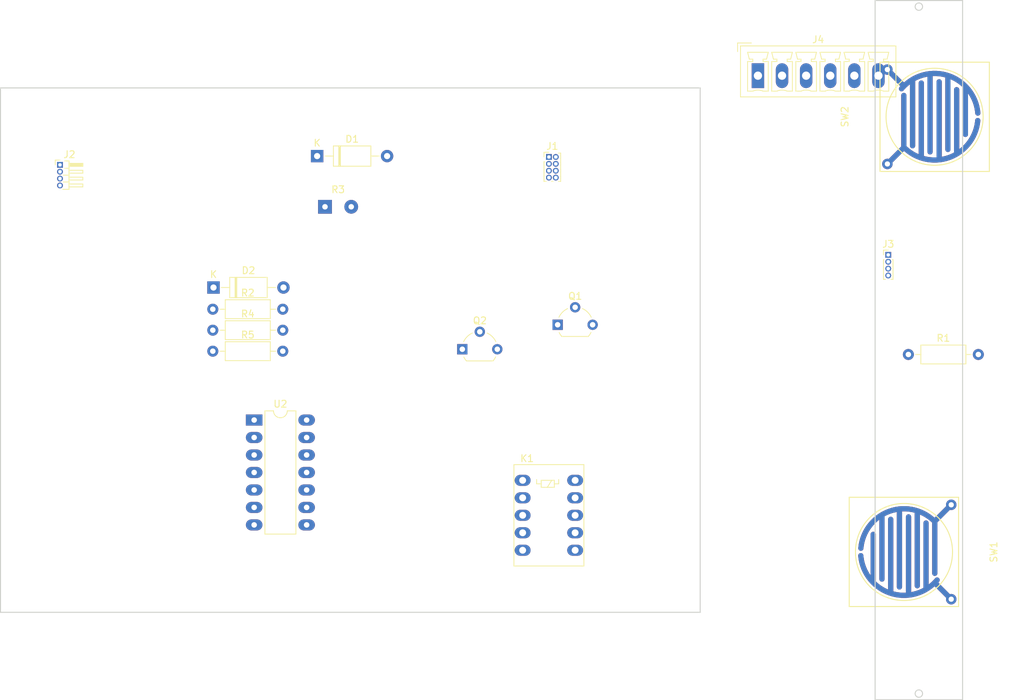
<source format=kicad_pcb>
(kicad_pcb (version 20171130) (host pcbnew 5.0.0+dfsg1-2)

  (general
    (thickness 1.6)
    (drawings 10)
    (tracks 0)
    (zones 0)
    (modules 17)
    (nets 69)
  )

  (page A4)
  (layers
    (0 F.Cu signal)
    (31 B.Cu signal)
    (32 B.Adhes user)
    (33 F.Adhes user)
    (34 B.Paste user)
    (35 F.Paste user)
    (36 B.SilkS user)
    (37 F.SilkS user)
    (38 B.Mask user)
    (39 F.Mask user)
    (40 Dwgs.User user)
    (41 Cmts.User user)
    (42 Eco1.User user)
    (43 Eco2.User user)
    (44 Edge.Cuts user)
    (45 Margin user)
    (46 B.CrtYd user)
    (47 F.CrtYd user)
    (48 B.Fab user)
    (49 F.Fab user)
  )

  (setup
    (last_trace_width 0.25)
    (trace_clearance 0.2)
    (zone_clearance 0.508)
    (zone_45_only no)
    (trace_min 0.2)
    (segment_width 0.2)
    (edge_width 0.15)
    (via_size 0.8)
    (via_drill 0.4)
    (via_min_size 0.4)
    (via_min_drill 0.3)
    (uvia_size 0.3)
    (uvia_drill 0.1)
    (uvias_allowed no)
    (uvia_min_size 0.2)
    (uvia_min_drill 0.1)
    (pcb_text_width 0.3)
    (pcb_text_size 1.5 1.5)
    (mod_edge_width 0.15)
    (mod_text_size 1 1)
    (mod_text_width 0.15)
    (pad_size 1.524 1.524)
    (pad_drill 0.762)
    (pad_to_mask_clearance 0.2)
    (aux_axis_origin 0 0)
    (visible_elements FFFFFF7F)
    (pcbplotparams
      (layerselection 0x010fc_ffffffff)
      (usegerberextensions false)
      (usegerberattributes false)
      (usegerberadvancedattributes false)
      (creategerberjobfile false)
      (excludeedgelayer true)
      (linewidth 0.100000)
      (plotframeref false)
      (viasonmask false)
      (mode 1)
      (useauxorigin false)
      (hpglpennumber 1)
      (hpglpenspeed 20)
      (hpglpendiameter 15.000000)
      (psnegative false)
      (psa4output false)
      (plotreference true)
      (plotvalue true)
      (plotinvisibletext false)
      (padsonsilk false)
      (subtractmaskfromsilk false)
      (outputformat 1)
      (mirror false)
      (drillshape 1)
      (scaleselection 1)
      (outputdirectory ""))
  )

  (net 0 "")
  (net 1 "Net-(D1-Pad2)")
  (net 2 "Net-(D2-Pad2)")
  (net 3 "Net-(J1-Pad3)")
  (net 4 "Net-(J1-Pad4)")
  (net 5 "Net-(J1-Pad5)")
  (net 6 "Net-(J1-Pad6)")
  (net 7 "Net-(J1-Pad7)")
  (net 8 "Net-(J2-Pad1)")
  (net 9 "Net-(J2-Pad2)")
  (net 10 "Net-(J2-Pad3)")
  (net 11 "Net-(J2-Pad4)")
  (net 12 "Net-(J1-Pad2)")
  (net 13 "Net-(J3-Pad2)")
  (net 14 "Net-(J3-Pad3)")
  (net 15 "Net-(J3-Pad4)")
  (net 16 "Net-(D1-Pad1)")
  (net 17 "Net-(D2-Pad1)")
  (net 18 "Net-(J1-Pad1)")
  (net 19 "Net-(J1-Pad8)")
  (net 20 "Net-(J3-Pad1)")
  (net 21 "Net-(J4-Pad1)")
  (net 22 "Net-(J4-Pad2)")
  (net 23 "Net-(J4-Pad3)")
  (net 24 "Net-(J4-Pad4)")
  (net 25 "Net-(J4-Pad5)")
  (net 26 "Net-(J4-Pad6)")
  (net 27 "Net-(K1-Pad1)")
  (net 28 "Net-(K1-Pad2)")
  (net 29 "Net-(K1-Pad3)")
  (net 30 "Net-(K1-Pad4)")
  (net 31 "Net-(K1-Pad5)")
  (net 32 "Net-(K1-Pad6)")
  (net 33 "Net-(K1-Pad7)")
  (net 34 "Net-(K1-Pad8)")
  (net 35 "Net-(K1-Pad9)")
  (net 36 "Net-(K1-Pad10)")
  (net 37 "Net-(Q1-Pad2)")
  (net 38 "Net-(Q1-Pad3)")
  (net 39 "Net-(Q1-Pad1)")
  (net 40 "Net-(Q2-Pad1)")
  (net 41 "Net-(Q2-Pad3)")
  (net 42 "Net-(Q2-Pad2)")
  (net 43 "Net-(R1-Pad1)")
  (net 44 "Net-(R1-Pad2)")
  (net 45 "Net-(R2-Pad1)")
  (net 46 "Net-(R2-Pad2)")
  (net 47 "Net-(R3-Pad1)")
  (net 48 "Net-(R3-Pad2)")
  (net 49 "Net-(R4-Pad2)")
  (net 50 "Net-(R4-Pad1)")
  (net 51 "Net-(R5-Pad1)")
  (net 52 "Net-(R5-Pad2)")
  (net 53 "Net-(SW1-Pad2)")
  (net 54 "Net-(SW1-Pad1)")
  (net 55 "Net-(SW2-Pad1)")
  (net 56 "Net-(SW2-Pad2)")
  (net 57 "Net-(U2-Pad14)")
  (net 58 "Net-(U2-Pad7)")
  (net 59 "Net-(U2-Pad13)")
  (net 60 "Net-(U2-Pad6)")
  (net 61 "Net-(U2-Pad12)")
  (net 62 "Net-(U2-Pad5)")
  (net 63 "Net-(U2-Pad10)")
  (net 64 "Net-(U2-Pad3)")
  (net 65 "Net-(U2-Pad9)")
  (net 66 "Net-(U2-Pad2)")
  (net 67 "Net-(U2-Pad8)")
  (net 68 "Net-(U2-Pad1)")

  (net_class Default "This is the default net class."
    (clearance 0.2)
    (trace_width 0.25)
    (via_dia 0.8)
    (via_drill 0.4)
    (uvia_dia 0.3)
    (uvia_drill 0.1)
    (add_net "Net-(D1-Pad1)")
    (add_net "Net-(D1-Pad2)")
    (add_net "Net-(D2-Pad1)")
    (add_net "Net-(D2-Pad2)")
    (add_net "Net-(J1-Pad1)")
    (add_net "Net-(J1-Pad2)")
    (add_net "Net-(J1-Pad3)")
    (add_net "Net-(J1-Pad4)")
    (add_net "Net-(J1-Pad5)")
    (add_net "Net-(J1-Pad6)")
    (add_net "Net-(J1-Pad7)")
    (add_net "Net-(J1-Pad8)")
    (add_net "Net-(J2-Pad1)")
    (add_net "Net-(J2-Pad2)")
    (add_net "Net-(J2-Pad3)")
    (add_net "Net-(J2-Pad4)")
    (add_net "Net-(J3-Pad1)")
    (add_net "Net-(J3-Pad2)")
    (add_net "Net-(J3-Pad3)")
    (add_net "Net-(J3-Pad4)")
    (add_net "Net-(J4-Pad1)")
    (add_net "Net-(J4-Pad2)")
    (add_net "Net-(J4-Pad3)")
    (add_net "Net-(J4-Pad4)")
    (add_net "Net-(J4-Pad5)")
    (add_net "Net-(J4-Pad6)")
    (add_net "Net-(K1-Pad1)")
    (add_net "Net-(K1-Pad10)")
    (add_net "Net-(K1-Pad2)")
    (add_net "Net-(K1-Pad3)")
    (add_net "Net-(K1-Pad4)")
    (add_net "Net-(K1-Pad5)")
    (add_net "Net-(K1-Pad6)")
    (add_net "Net-(K1-Pad7)")
    (add_net "Net-(K1-Pad8)")
    (add_net "Net-(K1-Pad9)")
    (add_net "Net-(Q1-Pad1)")
    (add_net "Net-(Q1-Pad2)")
    (add_net "Net-(Q1-Pad3)")
    (add_net "Net-(Q2-Pad1)")
    (add_net "Net-(Q2-Pad2)")
    (add_net "Net-(Q2-Pad3)")
    (add_net "Net-(R1-Pad1)")
    (add_net "Net-(R1-Pad2)")
    (add_net "Net-(R2-Pad1)")
    (add_net "Net-(R2-Pad2)")
    (add_net "Net-(R3-Pad1)")
    (add_net "Net-(R3-Pad2)")
    (add_net "Net-(R4-Pad1)")
    (add_net "Net-(R4-Pad2)")
    (add_net "Net-(R5-Pad1)")
    (add_net "Net-(R5-Pad2)")
    (add_net "Net-(SW1-Pad1)")
    (add_net "Net-(SW1-Pad2)")
    (add_net "Net-(SW2-Pad1)")
    (add_net "Net-(SW2-Pad2)")
    (add_net "Net-(U2-Pad1)")
    (add_net "Net-(U2-Pad10)")
    (add_net "Net-(U2-Pad12)")
    (add_net "Net-(U2-Pad13)")
    (add_net "Net-(U2-Pad14)")
    (add_net "Net-(U2-Pad2)")
    (add_net "Net-(U2-Pad3)")
    (add_net "Net-(U2-Pad5)")
    (add_net "Net-(U2-Pad6)")
    (add_net "Net-(U2-Pad7)")
    (add_net "Net-(U2-Pad8)")
    (add_net "Net-(U2-Pad9)")
  )

  (module Diode_THT:D_A-405_P10.16mm_Horizontal (layer F.Cu) (tedit 5AE50CD5) (tstamp 5CA3B229)
    (at 122.174 73.406)
    (descr "Diode, A-405 series, Axial, Horizontal, pin pitch=10.16mm, , length*diameter=5.2*2.7mm^2, , http://www.diodes.com/_files/packages/A-405.pdf")
    (tags "Diode A-405 series Axial Horizontal pin pitch 10.16mm  length 5.2mm diameter 2.7mm")
    (path /5CA16636)
    (fp_text reference D1 (at 5.08 -2.47) (layer F.SilkS)
      (effects (font (size 1 1) (thickness 0.15)))
    )
    (fp_text value D (at 5.08 2.47) (layer F.Fab)
      (effects (font (size 1 1) (thickness 0.15)))
    )
    (fp_text user K (at 0 -1.9) (layer F.SilkS)
      (effects (font (size 1 1) (thickness 0.15)))
    )
    (fp_text user K (at 0 -1.9) (layer F.Fab)
      (effects (font (size 1 1) (thickness 0.15)))
    )
    (fp_text user %R (at 5.47 0) (layer F.Fab)
      (effects (font (size 1 1) (thickness 0.15)))
    )
    (fp_line (start 11.31 -1.6) (end -1.15 -1.6) (layer F.CrtYd) (width 0.05))
    (fp_line (start 11.31 1.6) (end 11.31 -1.6) (layer F.CrtYd) (width 0.05))
    (fp_line (start -1.15 1.6) (end 11.31 1.6) (layer F.CrtYd) (width 0.05))
    (fp_line (start -1.15 -1.6) (end -1.15 1.6) (layer F.CrtYd) (width 0.05))
    (fp_line (start 3.14 -1.47) (end 3.14 1.47) (layer F.SilkS) (width 0.12))
    (fp_line (start 3.38 -1.47) (end 3.38 1.47) (layer F.SilkS) (width 0.12))
    (fp_line (start 3.26 -1.47) (end 3.26 1.47) (layer F.SilkS) (width 0.12))
    (fp_line (start 9.02 0) (end 7.8 0) (layer F.SilkS) (width 0.12))
    (fp_line (start 1.14 0) (end 2.36 0) (layer F.SilkS) (width 0.12))
    (fp_line (start 7.8 -1.47) (end 2.36 -1.47) (layer F.SilkS) (width 0.12))
    (fp_line (start 7.8 1.47) (end 7.8 -1.47) (layer F.SilkS) (width 0.12))
    (fp_line (start 2.36 1.47) (end 7.8 1.47) (layer F.SilkS) (width 0.12))
    (fp_line (start 2.36 -1.47) (end 2.36 1.47) (layer F.SilkS) (width 0.12))
    (fp_line (start 3.16 -1.35) (end 3.16 1.35) (layer F.Fab) (width 0.1))
    (fp_line (start 3.36 -1.35) (end 3.36 1.35) (layer F.Fab) (width 0.1))
    (fp_line (start 3.26 -1.35) (end 3.26 1.35) (layer F.Fab) (width 0.1))
    (fp_line (start 10.16 0) (end 7.68 0) (layer F.Fab) (width 0.1))
    (fp_line (start 0 0) (end 2.48 0) (layer F.Fab) (width 0.1))
    (fp_line (start 7.68 -1.35) (end 2.48 -1.35) (layer F.Fab) (width 0.1))
    (fp_line (start 7.68 1.35) (end 7.68 -1.35) (layer F.Fab) (width 0.1))
    (fp_line (start 2.48 1.35) (end 7.68 1.35) (layer F.Fab) (width 0.1))
    (fp_line (start 2.48 -1.35) (end 2.48 1.35) (layer F.Fab) (width 0.1))
    (pad 2 thru_hole oval (at 10.16 0) (size 1.8 1.8) (drill 0.9) (layers *.Cu *.Mask)
      (net 1 "Net-(D1-Pad2)"))
    (pad 1 thru_hole rect (at 0 0) (size 1.8 1.8) (drill 0.9) (layers *.Cu *.Mask)
      (net 16 "Net-(D1-Pad1)"))
    (model ${KISYS3DMOD}/Diode_THT.3dshapes/D_A-405_P10.16mm_Horizontal.wrl
      (at (xyz 0 0 0))
      (scale (xyz 1 1 1))
      (rotate (xyz 0 0 0))
    )
  )

  (module Diode_THT:D_A-405_P10.16mm_Horizontal (layer F.Cu) (tedit 5AE50CD5) (tstamp 5CA3B248)
    (at 107.125001 92.505001)
    (descr "Diode, A-405 series, Axial, Horizontal, pin pitch=10.16mm, , length*diameter=5.2*2.7mm^2, , http://www.diodes.com/_files/packages/A-405.pdf")
    (tags "Diode A-405 series Axial Horizontal pin pitch 10.16mm  length 5.2mm diameter 2.7mm")
    (path /5CA16FE0)
    (fp_text reference D2 (at 5.08 -2.47) (layer F.SilkS)
      (effects (font (size 1 1) (thickness 0.15)))
    )
    (fp_text value D (at 5.08 2.47) (layer F.Fab)
      (effects (font (size 1 1) (thickness 0.15)))
    )
    (fp_line (start 2.48 -1.35) (end 2.48 1.35) (layer F.Fab) (width 0.1))
    (fp_line (start 2.48 1.35) (end 7.68 1.35) (layer F.Fab) (width 0.1))
    (fp_line (start 7.68 1.35) (end 7.68 -1.35) (layer F.Fab) (width 0.1))
    (fp_line (start 7.68 -1.35) (end 2.48 -1.35) (layer F.Fab) (width 0.1))
    (fp_line (start 0 0) (end 2.48 0) (layer F.Fab) (width 0.1))
    (fp_line (start 10.16 0) (end 7.68 0) (layer F.Fab) (width 0.1))
    (fp_line (start 3.26 -1.35) (end 3.26 1.35) (layer F.Fab) (width 0.1))
    (fp_line (start 3.36 -1.35) (end 3.36 1.35) (layer F.Fab) (width 0.1))
    (fp_line (start 3.16 -1.35) (end 3.16 1.35) (layer F.Fab) (width 0.1))
    (fp_line (start 2.36 -1.47) (end 2.36 1.47) (layer F.SilkS) (width 0.12))
    (fp_line (start 2.36 1.47) (end 7.8 1.47) (layer F.SilkS) (width 0.12))
    (fp_line (start 7.8 1.47) (end 7.8 -1.47) (layer F.SilkS) (width 0.12))
    (fp_line (start 7.8 -1.47) (end 2.36 -1.47) (layer F.SilkS) (width 0.12))
    (fp_line (start 1.14 0) (end 2.36 0) (layer F.SilkS) (width 0.12))
    (fp_line (start 9.02 0) (end 7.8 0) (layer F.SilkS) (width 0.12))
    (fp_line (start 3.26 -1.47) (end 3.26 1.47) (layer F.SilkS) (width 0.12))
    (fp_line (start 3.38 -1.47) (end 3.38 1.47) (layer F.SilkS) (width 0.12))
    (fp_line (start 3.14 -1.47) (end 3.14 1.47) (layer F.SilkS) (width 0.12))
    (fp_line (start -1.15 -1.6) (end -1.15 1.6) (layer F.CrtYd) (width 0.05))
    (fp_line (start -1.15 1.6) (end 11.31 1.6) (layer F.CrtYd) (width 0.05))
    (fp_line (start 11.31 1.6) (end 11.31 -1.6) (layer F.CrtYd) (width 0.05))
    (fp_line (start 11.31 -1.6) (end -1.15 -1.6) (layer F.CrtYd) (width 0.05))
    (fp_text user %R (at 5.47 0) (layer F.Fab)
      (effects (font (size 1 1) (thickness 0.15)))
    )
    (fp_text user K (at 0 -1.9) (layer F.Fab)
      (effects (font (size 1 1) (thickness 0.15)))
    )
    (fp_text user K (at 0 -1.9) (layer F.SilkS)
      (effects (font (size 1 1) (thickness 0.15)))
    )
    (pad 1 thru_hole rect (at 0 0) (size 1.8 1.8) (drill 0.9) (layers *.Cu *.Mask)
      (net 17 "Net-(D2-Pad1)"))
    (pad 2 thru_hole oval (at 10.16 0) (size 1.8 1.8) (drill 0.9) (layers *.Cu *.Mask)
      (net 2 "Net-(D2-Pad2)"))
    (model ${KISYS3DMOD}/Diode_THT.3dshapes/D_A-405_P10.16mm_Horizontal.wrl
      (at (xyz 0 0 0))
      (scale (xyz 1 1 1))
      (rotate (xyz 0 0 0))
    )
  )

  (module Connector_PinHeader_1.00mm:PinHeader_2x04_P1.00mm_Vertical (layer F.Cu) (tedit 59FED738) (tstamp 5CA3B267)
    (at 155.829 73.533)
    (descr "Through hole straight pin header, 2x04, 1.00mm pitch, double rows")
    (tags "Through hole pin header THT 2x04 1.00mm double row")
    (path /5CA39395)
    (fp_text reference J1 (at 0.5 -1.56) (layer F.SilkS)
      (effects (font (size 1 1) (thickness 0.15)))
    )
    (fp_text value Conn_02x04_Odd_Even (at 0.5 4.56) (layer F.Fab)
      (effects (font (size 1 1) (thickness 0.15)))
    )
    (fp_line (start -0.075 -0.5) (end 1.65 -0.5) (layer F.Fab) (width 0.1))
    (fp_line (start 1.65 -0.5) (end 1.65 3.5) (layer F.Fab) (width 0.1))
    (fp_line (start 1.65 3.5) (end -0.65 3.5) (layer F.Fab) (width 0.1))
    (fp_line (start -0.65 3.5) (end -0.65 0.075) (layer F.Fab) (width 0.1))
    (fp_line (start -0.65 0.075) (end -0.075 -0.5) (layer F.Fab) (width 0.1))
    (fp_line (start -0.71 3.56) (end -0.394493 3.56) (layer F.SilkS) (width 0.12))
    (fp_line (start 1.394493 3.56) (end 1.71 3.56) (layer F.SilkS) (width 0.12))
    (fp_line (start 0.394493 3.56) (end 0.605507 3.56) (layer F.SilkS) (width 0.12))
    (fp_line (start -0.71 0.685) (end -0.71 3.56) (layer F.SilkS) (width 0.12))
    (fp_line (start 1.71 -0.56) (end 1.71 3.56) (layer F.SilkS) (width 0.12))
    (fp_line (start -0.71 0.685) (end -0.608276 0.685) (layer F.SilkS) (width 0.12))
    (fp_line (start 1.394493 -0.56) (end 1.71 -0.56) (layer F.SilkS) (width 0.12))
    (fp_line (start -0.71 0) (end -0.71 -0.685) (layer F.SilkS) (width 0.12))
    (fp_line (start -0.71 -0.685) (end 0 -0.685) (layer F.SilkS) (width 0.12))
    (fp_line (start -1.15 -1) (end -1.15 4) (layer F.CrtYd) (width 0.05))
    (fp_line (start -1.15 4) (end 2.15 4) (layer F.CrtYd) (width 0.05))
    (fp_line (start 2.15 4) (end 2.15 -1) (layer F.CrtYd) (width 0.05))
    (fp_line (start 2.15 -1) (end -1.15 -1) (layer F.CrtYd) (width 0.05))
    (fp_text user %R (at 0.5 1.5 90) (layer F.Fab)
      (effects (font (size 1 1) (thickness 0.15)))
    )
    (pad 1 thru_hole rect (at 0 0) (size 0.85 0.85) (drill 0.5) (layers *.Cu *.Mask)
      (net 18 "Net-(J1-Pad1)"))
    (pad 2 thru_hole oval (at 1 0) (size 0.85 0.85) (drill 0.5) (layers *.Cu *.Mask)
      (net 12 "Net-(J1-Pad2)"))
    (pad 3 thru_hole oval (at 0 1) (size 0.85 0.85) (drill 0.5) (layers *.Cu *.Mask)
      (net 3 "Net-(J1-Pad3)"))
    (pad 4 thru_hole oval (at 1 1) (size 0.85 0.85) (drill 0.5) (layers *.Cu *.Mask)
      (net 4 "Net-(J1-Pad4)"))
    (pad 5 thru_hole oval (at 0 2) (size 0.85 0.85) (drill 0.5) (layers *.Cu *.Mask)
      (net 5 "Net-(J1-Pad5)"))
    (pad 6 thru_hole oval (at 1 2) (size 0.85 0.85) (drill 0.5) (layers *.Cu *.Mask)
      (net 6 "Net-(J1-Pad6)"))
    (pad 7 thru_hole oval (at 0 3) (size 0.85 0.85) (drill 0.5) (layers *.Cu *.Mask)
      (net 7 "Net-(J1-Pad7)"))
    (pad 8 thru_hole oval (at 1 3) (size 0.85 0.85) (drill 0.5) (layers *.Cu *.Mask)
      (net 19 "Net-(J1-Pad8)"))
    (model ${KISYS3DMOD}/Connector_PinHeader_1.00mm.3dshapes/PinHeader_2x04_P1.00mm_Vertical.wrl
      (at (xyz 0 0 0))
      (scale (xyz 1 1 1))
      (rotate (xyz 0 0 0))
    )
  )

  (module Relay_THT:Relay_DPDT_FRT5 (layer F.Cu) (tedit 58FA2D90) (tstamp 5CA3B2FB)
    (at 152.019 120.523)
    (descr "IM Signal Relay DPDT FRT5 narrow footprint")
    (tags "Relay DPDT IM-relay FRT5")
    (path /5CA14A40)
    (fp_text reference K1 (at 0.635 -3.175) (layer F.SilkS)
      (effects (font (size 1 1) (thickness 0.15)))
    )
    (fp_text value AZ850P2-x (at 4.064 13.462) (layer F.Fab)
      (effects (font (size 1 1) (thickness 0.15)))
    )
    (fp_text user %R (at 3.81 5.08) (layer F.Fab)
      (effects (font (size 1 1) (thickness 0.15)))
    )
    (fp_line (start -1.5 -2.55) (end 9.15 -2.55) (layer F.CrtYd) (width 0.05))
    (fp_line (start 9.15 -2.55) (end 9.15 12.7) (layer F.CrtYd) (width 0.05))
    (fp_line (start 9.15 12.7) (end -1.5 12.7) (layer F.CrtYd) (width 0.05))
    (fp_line (start -1.5 12.7) (end -1.5 -2.55) (layer F.CrtYd) (width 0.05))
    (fp_line (start -1.27 12.446) (end -1.27 -2.286) (layer F.SilkS) (width 0.12))
    (fp_line (start -1.27 -2.286) (end 8.89 -2.286) (layer F.SilkS) (width 0.12))
    (fp_line (start 8.89 -2.286) (end 8.89 12.446) (layer F.SilkS) (width 0.12))
    (fp_line (start 8.89 12.446) (end -1.27 12.446) (layer F.SilkS) (width 0.12))
    (fp_line (start 0 -1.397) (end 7.62 -1.397) (layer F.Fab) (width 0.1))
    (fp_line (start -0.762 -2.032) (end 8.382 -2.032) (layer F.Fab) (width 0.1))
    (fp_line (start 8.382 -2.032) (end 8.382 12.192) (layer F.Fab) (width 0.1))
    (fp_line (start 8.382 12.192) (end -0.762 12.192) (layer F.Fab) (width 0.1))
    (fp_line (start -0.762 12.192) (end -0.762 -2.032) (layer F.Fab) (width 0.1))
    (fp_line (start 4.216 0) (end 3.581 1.016) (layer F.SilkS) (width 0.12))
    (fp_line (start 2.032 -0.127) (end 2.032 0.508) (layer F.SilkS) (width 0.12))
    (fp_line (start 2.032 0.508) (end 2.692 0.508) (layer F.SilkS) (width 0.12))
    (fp_line (start 5.232 -0.127) (end 5.232 0.508) (layer F.SilkS) (width 0.12))
    (fp_line (start 5.232 0.508) (end 4.597 0.508) (layer F.SilkS) (width 0.12))
    (fp_line (start 4.597 0) (end 2.692 0) (layer F.SilkS) (width 0.12))
    (fp_line (start 2.692 0) (end 2.692 1.016) (layer F.SilkS) (width 0.12))
    (fp_line (start 2.692 1.016) (end 4.597 1.016) (layer F.SilkS) (width 0.12))
    (fp_line (start 4.597 0) (end 4.597 1.016) (layer F.SilkS) (width 0.12))
    (pad 1 thru_hole oval (at 0 0) (size 2.3 1.6) (drill 1) (layers *.Cu *.Mask)
      (net 27 "Net-(K1-Pad1)"))
    (pad 2 thru_hole oval (at 0 2.54) (size 2.3 1.6) (drill 1) (layers *.Cu *.Mask)
      (net 28 "Net-(K1-Pad2)"))
    (pad 3 thru_hole oval (at 0 5.08) (size 2.3 1.6) (drill 1) (layers *.Cu *.Mask)
      (net 29 "Net-(K1-Pad3)"))
    (pad 4 thru_hole oval (at 0 7.62) (size 2.3 1.6) (drill 1) (layers *.Cu *.Mask)
      (net 30 "Net-(K1-Pad4)"))
    (pad 5 thru_hole oval (at 0 10.16) (size 2.3 1.6) (drill 1) (layers *.Cu *.Mask)
      (net 31 "Net-(K1-Pad5)"))
    (pad 6 thru_hole oval (at 7.62 10.16) (size 2.3 1.6) (drill 1) (layers *.Cu *.Mask)
      (net 32 "Net-(K1-Pad6)"))
    (pad 7 thru_hole oval (at 7.62 7.62) (size 2.3 1.6) (drill 1) (layers *.Cu *.Mask)
      (net 33 "Net-(K1-Pad7)"))
    (pad 8 thru_hole oval (at 7.62 5.08) (size 2.3 1.6) (drill 1) (layers *.Cu *.Mask)
      (net 34 "Net-(K1-Pad8)"))
    (pad 9 thru_hole oval (at 7.62 2.54) (size 2.3 1.6) (drill 1) (layers *.Cu *.Mask)
      (net 35 "Net-(K1-Pad9)"))
    (pad 10 thru_hole oval (at 7.62 0) (size 2.3 1.6) (drill 1) (layers *.Cu *.Mask)
      (net 36 "Net-(K1-Pad10)"))
    (model ${KISYS3DMOD}/Relay_THT.3dshapes/Relay_DPDT_FRT5.wrl
      (at (xyz 0 0 0))
      (scale (xyz 1 1 1))
      (rotate (xyz 0 0 0))
    )
  )

  (module Package_TO_SOT_THT:TO-92L_Wide (layer F.Cu) (tedit 5A152D5B) (tstamp 5CA3B30F)
    (at 157.099 97.917)
    (descr "TO-92L leads in-line (large body variant of TO-92), also known as TO-226, wide, drill 0.75mm (see https://www.diodes.com/assets/Package-Files/TO92L.pdf and http://www.ti.com/lit/an/snoa059/snoa059.pdf)")
    (tags "TO-92L Molded Wide transistor")
    (path /5CA14CD3)
    (fp_text reference Q1 (at 2.55 -4.15) (layer F.SilkS)
      (effects (font (size 1 1) (thickness 0.15)))
    )
    (fp_text value Q_NPN_EBC (at 2.54 2.79) (layer F.Fab)
      (effects (font (size 1 1) (thickness 0.15)))
    )
    (fp_line (start -1 -3.55) (end -1 1.85) (layer B.CrtYd) (width 0.05))
    (fp_line (start 6.1 -3.55) (end -1 -3.55) (layer B.CrtYd) (width 0.05))
    (fp_line (start 6.1 1.85) (end 6.1 -3.55) (layer B.CrtYd) (width 0.05))
    (fp_line (start -1 1.85) (end 6.1 1.85) (layer B.CrtYd) (width 0.05))
    (fp_text user %R (at 2.55 0.05) (layer F.Fab)
      (effects (font (size 1 1) (thickness 0.15)))
    )
    (fp_line (start 0.6 1.7) (end 4.45 1.7) (layer F.SilkS) (width 0.12))
    (fp_line (start 0.65 1.6) (end 4.4 1.6) (layer F.Fab) (width 0.1))
    (fp_arc (start 2.54 0) (end 0.6 1.7) (angle 15.44288892) (layer F.SilkS) (width 0.12))
    (fp_arc (start 2.54 0) (end 1.45 -2.35) (angle -40.11670855) (layer F.SilkS) (width 0.12))
    (fp_arc (start 2.54 0) (end 3.6 -2.35) (angle 40.72153779) (layer F.SilkS) (width 0.12))
    (fp_arc (start 2.54 0) (end 2.54 -2.48) (angle 129.9527847) (layer F.Fab) (width 0.1))
    (fp_arc (start 2.54 0) (end 2.54 -2.48) (angle -130.2499344) (layer F.Fab) (width 0.1))
    (fp_arc (start 2.54 0) (end 4.45 1.7) (angle -15.88591585) (layer F.SilkS) (width 0.12))
    (pad 2 thru_hole circle (at 2.54 -2.54 90) (size 1.5 1.5) (drill 0.8) (layers *.Cu *.Mask)
      (net 37 "Net-(Q1-Pad2)"))
    (pad 3 thru_hole circle (at 5.08 0 90) (size 1.5 1.5) (drill 0.8) (layers *.Cu *.Mask)
      (net 38 "Net-(Q1-Pad3)"))
    (pad 1 thru_hole rect (at 0 0 90) (size 1.5 1.5) (drill 0.8) (layers *.Cu *.Mask)
      (net 39 "Net-(Q1-Pad1)"))
    (model ${KISYS3DMOD}/Package_TO_SOT_THT.3dshapes/TO-92L_Wide.wrl
      (at (xyz 0 0 0))
      (scale (xyz 1 1 1))
      (rotate (xyz 0 0 0))
    )
  )

  (module Package_TO_SOT_THT:TO-92L_Wide (layer F.Cu) (tedit 5A152D5B) (tstamp 5CA3B323)
    (at 143.256 101.473)
    (descr "TO-92L leads in-line (large body variant of TO-92), also known as TO-226, wide, drill 0.75mm (see https://www.diodes.com/assets/Package-Files/TO92L.pdf and http://www.ti.com/lit/an/snoa059/snoa059.pdf)")
    (tags "TO-92L Molded Wide transistor")
    (path /5CA14D28)
    (fp_text reference Q2 (at 2.55 -4.15) (layer F.SilkS)
      (effects (font (size 1 1) (thickness 0.15)))
    )
    (fp_text value Q_NPN_EBC (at 2.54 2.79) (layer F.Fab)
      (effects (font (size 1 1) (thickness 0.15)))
    )
    (fp_arc (start 2.54 0) (end 4.45 1.7) (angle -15.88591585) (layer F.SilkS) (width 0.12))
    (fp_arc (start 2.54 0) (end 2.54 -2.48) (angle -130.2499344) (layer F.Fab) (width 0.1))
    (fp_arc (start 2.54 0) (end 2.54 -2.48) (angle 129.9527847) (layer F.Fab) (width 0.1))
    (fp_arc (start 2.54 0) (end 3.6 -2.35) (angle 40.72153779) (layer F.SilkS) (width 0.12))
    (fp_arc (start 2.54 0) (end 1.45 -2.35) (angle -40.11670855) (layer F.SilkS) (width 0.12))
    (fp_arc (start 2.54 0) (end 0.6 1.7) (angle 15.44288892) (layer F.SilkS) (width 0.12))
    (fp_line (start 0.65 1.6) (end 4.4 1.6) (layer F.Fab) (width 0.1))
    (fp_line (start 0.6 1.7) (end 4.45 1.7) (layer F.SilkS) (width 0.12))
    (fp_text user %R (at 2.55 0.05) (layer F.Fab)
      (effects (font (size 1 1) (thickness 0.15)))
    )
    (fp_line (start -1 1.85) (end 6.1 1.85) (layer B.CrtYd) (width 0.05))
    (fp_line (start 6.1 1.85) (end 6.1 -3.55) (layer B.CrtYd) (width 0.05))
    (fp_line (start 6.1 -3.55) (end -1 -3.55) (layer B.CrtYd) (width 0.05))
    (fp_line (start -1 -3.55) (end -1 1.85) (layer B.CrtYd) (width 0.05))
    (pad 1 thru_hole rect (at 0 0 90) (size 1.5 1.5) (drill 0.8) (layers *.Cu *.Mask)
      (net 40 "Net-(Q2-Pad1)"))
    (pad 3 thru_hole circle (at 5.08 0 90) (size 1.5 1.5) (drill 0.8) (layers *.Cu *.Mask)
      (net 41 "Net-(Q2-Pad3)"))
    (pad 2 thru_hole circle (at 2.54 -2.54 90) (size 1.5 1.5) (drill 0.8) (layers *.Cu *.Mask)
      (net 42 "Net-(Q2-Pad2)"))
    (model ${KISYS3DMOD}/Package_TO_SOT_THT.3dshapes/TO-92L_Wide.wrl
      (at (xyz 0 0 0))
      (scale (xyz 1 1 1))
      (rotate (xyz 0 0 0))
    )
  )

  (module Resistor_THT:R_Axial_DIN0207_L6.3mm_D2.5mm_P10.16mm_Horizontal (layer F.Cu) (tedit 5AE5139B) (tstamp 5CA3B345)
    (at 107.025001 95.655001)
    (descr "Resistor, Axial_DIN0207 series, Axial, Horizontal, pin pitch=10.16mm, 0.25W = 1/4W, length*diameter=6.3*2.5mm^2, http://cdn-reichelt.de/documents/datenblatt/B400/1_4W%23YAG.pdf")
    (tags "Resistor Axial_DIN0207 series Axial Horizontal pin pitch 10.16mm 0.25W = 1/4W length 6.3mm diameter 2.5mm")
    (path /5CA191CA)
    (fp_text reference R2 (at 5.08 -2.37) (layer F.SilkS)
      (effects (font (size 1 1) (thickness 0.15)))
    )
    (fp_text value R (at 5.08 2.37) (layer F.Fab)
      (effects (font (size 1 1) (thickness 0.15)))
    )
    (fp_line (start 1.93 -1.25) (end 1.93 1.25) (layer F.Fab) (width 0.1))
    (fp_line (start 1.93 1.25) (end 8.23 1.25) (layer F.Fab) (width 0.1))
    (fp_line (start 8.23 1.25) (end 8.23 -1.25) (layer F.Fab) (width 0.1))
    (fp_line (start 8.23 -1.25) (end 1.93 -1.25) (layer F.Fab) (width 0.1))
    (fp_line (start 0 0) (end 1.93 0) (layer F.Fab) (width 0.1))
    (fp_line (start 10.16 0) (end 8.23 0) (layer F.Fab) (width 0.1))
    (fp_line (start 1.81 -1.37) (end 1.81 1.37) (layer F.SilkS) (width 0.12))
    (fp_line (start 1.81 1.37) (end 8.35 1.37) (layer F.SilkS) (width 0.12))
    (fp_line (start 8.35 1.37) (end 8.35 -1.37) (layer F.SilkS) (width 0.12))
    (fp_line (start 8.35 -1.37) (end 1.81 -1.37) (layer F.SilkS) (width 0.12))
    (fp_line (start 1.04 0) (end 1.81 0) (layer F.SilkS) (width 0.12))
    (fp_line (start 9.12 0) (end 8.35 0) (layer F.SilkS) (width 0.12))
    (fp_line (start -1.05 -1.5) (end -1.05 1.5) (layer F.CrtYd) (width 0.05))
    (fp_line (start -1.05 1.5) (end 11.21 1.5) (layer F.CrtYd) (width 0.05))
    (fp_line (start 11.21 1.5) (end 11.21 -1.5) (layer F.CrtYd) (width 0.05))
    (fp_line (start 11.21 -1.5) (end -1.05 -1.5) (layer F.CrtYd) (width 0.05))
    (fp_text user %R (at 5.08 0) (layer F.Fab)
      (effects (font (size 1 1) (thickness 0.15)))
    )
    (pad 1 thru_hole circle (at 0 0) (size 1.6 1.6) (drill 0.8) (layers *.Cu *.Mask)
      (net 45 "Net-(R2-Pad1)"))
    (pad 2 thru_hole oval (at 10.16 0) (size 1.6 1.6) (drill 0.8) (layers *.Cu *.Mask)
      (net 46 "Net-(R2-Pad2)"))
    (model ${KISYS3DMOD}/Resistor_THT.3dshapes/R_Axial_DIN0207_L6.3mm_D2.5mm_P10.16mm_Horizontal.wrl
      (at (xyz 0 0 0))
      (scale (xyz 1 1 1))
      (rotate (xyz 0 0 0))
    )
  )

  (module Resistor_THT:R_Axial_DIN0207_L6.3mm_D2.5mm_P10.16mm_Horizontal (layer F.Cu) (tedit 5AE5139B) (tstamp 5CA3B373)
    (at 107.025001 98.705001)
    (descr "Resistor, Axial_DIN0207 series, Axial, Horizontal, pin pitch=10.16mm, 0.25W = 1/4W, length*diameter=6.3*2.5mm^2, http://cdn-reichelt.de/documents/datenblatt/B400/1_4W%23YAG.pdf")
    (tags "Resistor Axial_DIN0207 series Axial Horizontal pin pitch 10.16mm 0.25W = 1/4W length 6.3mm diameter 2.5mm")
    (path /5CA1C825)
    (fp_text reference R4 (at 5.08 -2.37) (layer F.SilkS)
      (effects (font (size 1 1) (thickness 0.15)))
    )
    (fp_text value R (at 5.08 2.37) (layer F.Fab)
      (effects (font (size 1 1) (thickness 0.15)))
    )
    (fp_text user %R (at 5.08 0) (layer F.Fab)
      (effects (font (size 1 1) (thickness 0.15)))
    )
    (fp_line (start 11.21 -1.5) (end -1.05 -1.5) (layer F.CrtYd) (width 0.05))
    (fp_line (start 11.21 1.5) (end 11.21 -1.5) (layer F.CrtYd) (width 0.05))
    (fp_line (start -1.05 1.5) (end 11.21 1.5) (layer F.CrtYd) (width 0.05))
    (fp_line (start -1.05 -1.5) (end -1.05 1.5) (layer F.CrtYd) (width 0.05))
    (fp_line (start 9.12 0) (end 8.35 0) (layer F.SilkS) (width 0.12))
    (fp_line (start 1.04 0) (end 1.81 0) (layer F.SilkS) (width 0.12))
    (fp_line (start 8.35 -1.37) (end 1.81 -1.37) (layer F.SilkS) (width 0.12))
    (fp_line (start 8.35 1.37) (end 8.35 -1.37) (layer F.SilkS) (width 0.12))
    (fp_line (start 1.81 1.37) (end 8.35 1.37) (layer F.SilkS) (width 0.12))
    (fp_line (start 1.81 -1.37) (end 1.81 1.37) (layer F.SilkS) (width 0.12))
    (fp_line (start 10.16 0) (end 8.23 0) (layer F.Fab) (width 0.1))
    (fp_line (start 0 0) (end 1.93 0) (layer F.Fab) (width 0.1))
    (fp_line (start 8.23 -1.25) (end 1.93 -1.25) (layer F.Fab) (width 0.1))
    (fp_line (start 8.23 1.25) (end 8.23 -1.25) (layer F.Fab) (width 0.1))
    (fp_line (start 1.93 1.25) (end 8.23 1.25) (layer F.Fab) (width 0.1))
    (fp_line (start 1.93 -1.25) (end 1.93 1.25) (layer F.Fab) (width 0.1))
    (pad 2 thru_hole oval (at 10.16 0) (size 1.6 1.6) (drill 0.8) (layers *.Cu *.Mask)
      (net 49 "Net-(R4-Pad2)"))
    (pad 1 thru_hole circle (at 0 0) (size 1.6 1.6) (drill 0.8) (layers *.Cu *.Mask)
      (net 50 "Net-(R4-Pad1)"))
    (model ${KISYS3DMOD}/Resistor_THT.3dshapes/R_Axial_DIN0207_L6.3mm_D2.5mm_P10.16mm_Horizontal.wrl
      (at (xyz 0 0 0))
      (scale (xyz 1 1 1))
      (rotate (xyz 0 0 0))
    )
  )

  (module Resistor_THT:R_Axial_DIN0207_L6.3mm_D2.5mm_P10.16mm_Horizontal (layer F.Cu) (tedit 5AE5139B) (tstamp 5CA3B38A)
    (at 107.025001 101.755001)
    (descr "Resistor, Axial_DIN0207 series, Axial, Horizontal, pin pitch=10.16mm, 0.25W = 1/4W, length*diameter=6.3*2.5mm^2, http://cdn-reichelt.de/documents/datenblatt/B400/1_4W%23YAG.pdf")
    (tags "Resistor Axial_DIN0207 series Axial Horizontal pin pitch 10.16mm 0.25W = 1/4W length 6.3mm diameter 2.5mm")
    (path /5CA19151)
    (fp_text reference R5 (at 5.08 -2.37) (layer F.SilkS)
      (effects (font (size 1 1) (thickness 0.15)))
    )
    (fp_text value R (at 5.08 2.37) (layer F.Fab)
      (effects (font (size 1 1) (thickness 0.15)))
    )
    (fp_line (start 1.93 -1.25) (end 1.93 1.25) (layer F.Fab) (width 0.1))
    (fp_line (start 1.93 1.25) (end 8.23 1.25) (layer F.Fab) (width 0.1))
    (fp_line (start 8.23 1.25) (end 8.23 -1.25) (layer F.Fab) (width 0.1))
    (fp_line (start 8.23 -1.25) (end 1.93 -1.25) (layer F.Fab) (width 0.1))
    (fp_line (start 0 0) (end 1.93 0) (layer F.Fab) (width 0.1))
    (fp_line (start 10.16 0) (end 8.23 0) (layer F.Fab) (width 0.1))
    (fp_line (start 1.81 -1.37) (end 1.81 1.37) (layer F.SilkS) (width 0.12))
    (fp_line (start 1.81 1.37) (end 8.35 1.37) (layer F.SilkS) (width 0.12))
    (fp_line (start 8.35 1.37) (end 8.35 -1.37) (layer F.SilkS) (width 0.12))
    (fp_line (start 8.35 -1.37) (end 1.81 -1.37) (layer F.SilkS) (width 0.12))
    (fp_line (start 1.04 0) (end 1.81 0) (layer F.SilkS) (width 0.12))
    (fp_line (start 9.12 0) (end 8.35 0) (layer F.SilkS) (width 0.12))
    (fp_line (start -1.05 -1.5) (end -1.05 1.5) (layer F.CrtYd) (width 0.05))
    (fp_line (start -1.05 1.5) (end 11.21 1.5) (layer F.CrtYd) (width 0.05))
    (fp_line (start 11.21 1.5) (end 11.21 -1.5) (layer F.CrtYd) (width 0.05))
    (fp_line (start 11.21 -1.5) (end -1.05 -1.5) (layer F.CrtYd) (width 0.05))
    (fp_text user %R (at 5.08 0) (layer F.Fab)
      (effects (font (size 1 1) (thickness 0.15)))
    )
    (pad 1 thru_hole circle (at 0 0) (size 1.6 1.6) (drill 0.8) (layers *.Cu *.Mask)
      (net 51 "Net-(R5-Pad1)"))
    (pad 2 thru_hole oval (at 10.16 0) (size 1.6 1.6) (drill 0.8) (layers *.Cu *.Mask)
      (net 52 "Net-(R5-Pad2)"))
    (model ${KISYS3DMOD}/Resistor_THT.3dshapes/R_Axial_DIN0207_L6.3mm_D2.5mm_P10.16mm_Horizontal.wrl
      (at (xyz 0 0 0))
      (scale (xyz 1 1 1))
      (rotate (xyz 0 0 0))
    )
  )

  (module Connector_PinHeader_1.00mm:PinHeader_1x04_P1.00mm_Horizontal (layer F.Cu) (tedit 59FED737) (tstamp 5CAB1E18)
    (at 84.836 74.676)
    (descr "Through hole angled pin header, 1x04, 1.00mm pitch, 2.0mm pin length, single row")
    (tags "Through hole angled pin header THT 1x04 1.00mm single row")
    (path /5CA426AE)
    (fp_text reference J2 (at 1.375 -1.5) (layer F.SilkS)
      (effects (font (size 1 1) (thickness 0.15)))
    )
    (fp_text value Conn_01x04_Male (at 1.375 4.5) (layer F.Fab)
      (effects (font (size 1 1) (thickness 0.15)))
    )
    (fp_line (start 0.5 -0.5) (end 1.25 -0.5) (layer F.Fab) (width 0.1))
    (fp_line (start 1.25 -0.5) (end 1.25 3.5) (layer F.Fab) (width 0.1))
    (fp_line (start 1.25 3.5) (end 0.25 3.5) (layer F.Fab) (width 0.1))
    (fp_line (start 0.25 3.5) (end 0.25 -0.25) (layer F.Fab) (width 0.1))
    (fp_line (start 0.25 -0.25) (end 0.5 -0.5) (layer F.Fab) (width 0.1))
    (fp_line (start -0.15 -0.15) (end 0.25 -0.15) (layer F.Fab) (width 0.1))
    (fp_line (start -0.15 -0.15) (end -0.15 0.15) (layer F.Fab) (width 0.1))
    (fp_line (start -0.15 0.15) (end 0.25 0.15) (layer F.Fab) (width 0.1))
    (fp_line (start 1.25 -0.15) (end 3.25 -0.15) (layer F.Fab) (width 0.1))
    (fp_line (start 3.25 -0.15) (end 3.25 0.15) (layer F.Fab) (width 0.1))
    (fp_line (start 1.25 0.15) (end 3.25 0.15) (layer F.Fab) (width 0.1))
    (fp_line (start -0.15 0.85) (end 0.25 0.85) (layer F.Fab) (width 0.1))
    (fp_line (start -0.15 0.85) (end -0.15 1.15) (layer F.Fab) (width 0.1))
    (fp_line (start -0.15 1.15) (end 0.25 1.15) (layer F.Fab) (width 0.1))
    (fp_line (start 1.25 0.85) (end 3.25 0.85) (layer F.Fab) (width 0.1))
    (fp_line (start 3.25 0.85) (end 3.25 1.15) (layer F.Fab) (width 0.1))
    (fp_line (start 1.25 1.15) (end 3.25 1.15) (layer F.Fab) (width 0.1))
    (fp_line (start -0.15 1.85) (end 0.25 1.85) (layer F.Fab) (width 0.1))
    (fp_line (start -0.15 1.85) (end -0.15 2.15) (layer F.Fab) (width 0.1))
    (fp_line (start -0.15 2.15) (end 0.25 2.15) (layer F.Fab) (width 0.1))
    (fp_line (start 1.25 1.85) (end 3.25 1.85) (layer F.Fab) (width 0.1))
    (fp_line (start 3.25 1.85) (end 3.25 2.15) (layer F.Fab) (width 0.1))
    (fp_line (start 1.25 2.15) (end 3.25 2.15) (layer F.Fab) (width 0.1))
    (fp_line (start -0.15 2.85) (end 0.25 2.85) (layer F.Fab) (width 0.1))
    (fp_line (start -0.15 2.85) (end -0.15 3.15) (layer F.Fab) (width 0.1))
    (fp_line (start -0.15 3.15) (end 0.25 3.15) (layer F.Fab) (width 0.1))
    (fp_line (start 1.25 2.85) (end 3.25 2.85) (layer F.Fab) (width 0.1))
    (fp_line (start 3.25 2.85) (end 3.25 3.15) (layer F.Fab) (width 0.1))
    (fp_line (start 1.25 3.15) (end 3.25 3.15) (layer F.Fab) (width 0.1))
    (fp_line (start 0.685 -0.56) (end 1.31 -0.56) (layer F.SilkS) (width 0.12))
    (fp_line (start 1.31 -0.56) (end 1.31 3.56) (layer F.SilkS) (width 0.12))
    (fp_line (start 1.31 3.56) (end 0.394493 3.56) (layer F.SilkS) (width 0.12))
    (fp_line (start 1.31 -0.21) (end 3.31 -0.21) (layer F.SilkS) (width 0.12))
    (fp_line (start 3.31 -0.21) (end 3.31 0.21) (layer F.SilkS) (width 0.12))
    (fp_line (start 3.31 0.21) (end 1.31 0.21) (layer F.SilkS) (width 0.12))
    (fp_line (start 1.31 -0.15) (end 3.31 -0.15) (layer F.SilkS) (width 0.12))
    (fp_line (start 1.31 -0.03) (end 3.31 -0.03) (layer F.SilkS) (width 0.12))
    (fp_line (start 1.31 0.09) (end 3.31 0.09) (layer F.SilkS) (width 0.12))
    (fp_line (start 0.685 0.5) (end 1.31 0.5) (layer F.SilkS) (width 0.12))
    (fp_line (start 1.31 0.79) (end 3.31 0.79) (layer F.SilkS) (width 0.12))
    (fp_line (start 3.31 0.79) (end 3.31 1.21) (layer F.SilkS) (width 0.12))
    (fp_line (start 3.31 1.21) (end 1.31 1.21) (layer F.SilkS) (width 0.12))
    (fp_line (start 0.468215 1.5) (end 1.31 1.5) (layer F.SilkS) (width 0.12))
    (fp_line (start 1.31 1.79) (end 3.31 1.79) (layer F.SilkS) (width 0.12))
    (fp_line (start 3.31 1.79) (end 3.31 2.21) (layer F.SilkS) (width 0.12))
    (fp_line (start 3.31 2.21) (end 1.31 2.21) (layer F.SilkS) (width 0.12))
    (fp_line (start 0.468215 2.5) (end 1.31 2.5) (layer F.SilkS) (width 0.12))
    (fp_line (start 1.31 2.79) (end 3.31 2.79) (layer F.SilkS) (width 0.12))
    (fp_line (start 3.31 2.79) (end 3.31 3.21) (layer F.SilkS) (width 0.12))
    (fp_line (start 3.31 3.21) (end 1.31 3.21) (layer F.SilkS) (width 0.12))
    (fp_line (start -0.685 0) (end -0.685 -0.685) (layer F.SilkS) (width 0.12))
    (fp_line (start -0.685 -0.685) (end 0 -0.685) (layer F.SilkS) (width 0.12))
    (fp_line (start -1 -1) (end -1 4) (layer F.CrtYd) (width 0.05))
    (fp_line (start -1 4) (end 3.75 4) (layer F.CrtYd) (width 0.05))
    (fp_line (start 3.75 4) (end 3.75 -1) (layer F.CrtYd) (width 0.05))
    (fp_line (start 3.75 -1) (end -1 -1) (layer F.CrtYd) (width 0.05))
    (fp_text user %R (at 0.75 1.5 90) (layer F.Fab)
      (effects (font (size 0.6 0.6) (thickness 0.09)))
    )
    (pad 1 thru_hole rect (at 0 0) (size 0.85 0.85) (drill 0.5) (layers *.Cu *.Mask)
      (net 8 "Net-(J2-Pad1)"))
    (pad 2 thru_hole oval (at 0 1) (size 0.85 0.85) (drill 0.5) (layers *.Cu *.Mask)
      (net 9 "Net-(J2-Pad2)"))
    (pad 3 thru_hole oval (at 0 2) (size 0.85 0.85) (drill 0.5) (layers *.Cu *.Mask)
      (net 10 "Net-(J2-Pad3)"))
    (pad 4 thru_hole oval (at 0 3) (size 0.85 0.85) (drill 0.5) (layers *.Cu *.Mask)
      (net 11 "Net-(J2-Pad4)"))
    (model ${KISYS3DMOD}/Connector_PinHeader_1.00mm.3dshapes/PinHeader_1x04_P1.00mm_Horizontal.wrl
      (at (xyz 0 0 0))
      (scale (xyz 1 1 1))
      (rotate (xyz 0 0 0))
    )
  )

  (module Connector_PinHeader_1.00mm:PinHeader_1x04_P1.00mm_Vertical (layer F.Cu) (tedit 59FED738) (tstamp 5CAB1E58)
    (at 205.105 87.757)
    (descr "Through hole straight pin header, 1x04, 1.00mm pitch, single row")
    (tags "Through hole pin header THT 1x04 1.00mm single row")
    (path /5CA42623)
    (fp_text reference J3 (at 0 -1.56) (layer F.SilkS)
      (effects (font (size 1 1) (thickness 0.15)))
    )
    (fp_text value Conn_01x04_Male (at 0 4.56) (layer F.Fab)
      (effects (font (size 1 1) (thickness 0.15)))
    )
    (fp_line (start -0.3175 -0.5) (end 0.635 -0.5) (layer F.Fab) (width 0.1))
    (fp_line (start 0.635 -0.5) (end 0.635 3.5) (layer F.Fab) (width 0.1))
    (fp_line (start 0.635 3.5) (end -0.635 3.5) (layer F.Fab) (width 0.1))
    (fp_line (start -0.635 3.5) (end -0.635 -0.1825) (layer F.Fab) (width 0.1))
    (fp_line (start -0.635 -0.1825) (end -0.3175 -0.5) (layer F.Fab) (width 0.1))
    (fp_line (start -0.695 3.56) (end -0.394493 3.56) (layer F.SilkS) (width 0.12))
    (fp_line (start 0.394493 3.56) (end 0.695 3.56) (layer F.SilkS) (width 0.12))
    (fp_line (start -0.695 0.685) (end -0.695 3.56) (layer F.SilkS) (width 0.12))
    (fp_line (start 0.695 0.685) (end 0.695 3.56) (layer F.SilkS) (width 0.12))
    (fp_line (start -0.695 0.685) (end -0.608276 0.685) (layer F.SilkS) (width 0.12))
    (fp_line (start 0.608276 0.685) (end 0.695 0.685) (layer F.SilkS) (width 0.12))
    (fp_line (start -0.695 0) (end -0.695 -0.685) (layer F.SilkS) (width 0.12))
    (fp_line (start -0.695 -0.685) (end 0 -0.685) (layer F.SilkS) (width 0.12))
    (fp_line (start -1.15 -1) (end -1.15 4) (layer F.CrtYd) (width 0.05))
    (fp_line (start -1.15 4) (end 1.15 4) (layer F.CrtYd) (width 0.05))
    (fp_line (start 1.15 4) (end 1.15 -1) (layer F.CrtYd) (width 0.05))
    (fp_line (start 1.15 -1) (end -1.15 -1) (layer F.CrtYd) (width 0.05))
    (fp_text user %R (at 0 1.5 90) (layer F.Fab)
      (effects (font (size 0.76 0.76) (thickness 0.114)))
    )
    (pad 1 thru_hole rect (at 0 0) (size 0.85 0.85) (drill 0.5) (layers *.Cu *.Mask)
      (net 20 "Net-(J3-Pad1)"))
    (pad 2 thru_hole oval (at 0 1) (size 0.85 0.85) (drill 0.5) (layers *.Cu *.Mask)
      (net 13 "Net-(J3-Pad2)"))
    (pad 3 thru_hole oval (at 0 2) (size 0.85 0.85) (drill 0.5) (layers *.Cu *.Mask)
      (net 14 "Net-(J3-Pad3)"))
    (pad 4 thru_hole oval (at 0 3) (size 0.85 0.85) (drill 0.5) (layers *.Cu *.Mask)
      (net 15 "Net-(J3-Pad4)"))
    (model ${KISYS3DMOD}/Connector_PinHeader_1.00mm.3dshapes/PinHeader_1x04_P1.00mm_Vertical.wrl
      (at (xyz 0 0 0))
      (scale (xyz 1 1 1))
      (rotate (xyz 0 0 0))
    )
  )

  (module Connector_Phoenix_MC:PhoenixContact_MCV_1,5_6-G-3.5_1x06_P3.50mm_Vertical (layer F.Cu) (tedit 5A00FA19) (tstamp 5CAB1E71)
    (at 186.182 61.722)
    (descr "Generic Phoenix Contact connector footprint for: MCV_1,5/6-G-3.5; number of pins: 06; pin pitch: 3.50mm; Vertical || order number: 1843648 8A 160V")
    (tags "phoenix_contact connector MCV_01x06_G_3.5mm")
    (path /5CA29060)
    (fp_text reference J4 (at 8.75 -5.25) (layer F.SilkS)
      (effects (font (size 1 1) (thickness 0.15)))
    )
    (fp_text value Screw_Terminal_01x06 (at 8.75 4) (layer F.Fab)
      (effects (font (size 1 1) (thickness 0.15)))
    )
    (fp_arc (start 0 3.95) (end -0.75 2.25) (angle 47.6) (layer F.SilkS) (width 0.12))
    (fp_arc (start 3.5 3.95) (end 2.75 2.25) (angle 47.6) (layer F.SilkS) (width 0.12))
    (fp_arc (start 7 3.95) (end 6.25 2.25) (angle 47.6) (layer F.SilkS) (width 0.12))
    (fp_arc (start 10.5 3.95) (end 9.75 2.25) (angle 47.6) (layer F.SilkS) (width 0.12))
    (fp_arc (start 14 3.95) (end 13.25 2.25) (angle 47.6) (layer F.SilkS) (width 0.12))
    (fp_arc (start 17.5 3.95) (end 16.75 2.25) (angle 47.6) (layer F.SilkS) (width 0.12))
    (fp_line (start -2.53 -4.33) (end -2.53 3.08) (layer F.SilkS) (width 0.12))
    (fp_line (start -2.53 3.08) (end 20.03 3.08) (layer F.SilkS) (width 0.12))
    (fp_line (start 20.03 3.08) (end 20.03 -4.33) (layer F.SilkS) (width 0.12))
    (fp_line (start 20.03 -4.33) (end -2.53 -4.33) (layer F.SilkS) (width 0.12))
    (fp_line (start -2.45 -4.25) (end -2.45 3) (layer F.Fab) (width 0.1))
    (fp_line (start -2.45 3) (end 19.95 3) (layer F.Fab) (width 0.1))
    (fp_line (start 19.95 3) (end 19.95 -4.25) (layer F.Fab) (width 0.1))
    (fp_line (start 19.95 -4.25) (end -2.45 -4.25) (layer F.Fab) (width 0.1))
    (fp_line (start -0.75 2.25) (end -1.5 2.25) (layer F.SilkS) (width 0.12))
    (fp_line (start -1.5 2.25) (end -1.5 -2.05) (layer F.SilkS) (width 0.12))
    (fp_line (start -1.5 -2.05) (end -0.75 -2.05) (layer F.SilkS) (width 0.12))
    (fp_line (start -0.75 -2.05) (end -0.75 -2.4) (layer F.SilkS) (width 0.12))
    (fp_line (start -0.75 -2.4) (end -1.25 -2.4) (layer F.SilkS) (width 0.12))
    (fp_line (start -1.25 -2.4) (end -1.5 -3.4) (layer F.SilkS) (width 0.12))
    (fp_line (start -1.5 -3.4) (end 1.5 -3.4) (layer F.SilkS) (width 0.12))
    (fp_line (start 1.5 -3.4) (end 1.25 -2.4) (layer F.SilkS) (width 0.12))
    (fp_line (start 1.25 -2.4) (end 0.75 -2.4) (layer F.SilkS) (width 0.12))
    (fp_line (start 0.75 -2.4) (end 0.75 -2.05) (layer F.SilkS) (width 0.12))
    (fp_line (start 0.75 -2.05) (end 1.5 -2.05) (layer F.SilkS) (width 0.12))
    (fp_line (start 1.5 -2.05) (end 1.5 2.25) (layer F.SilkS) (width 0.12))
    (fp_line (start 1.5 2.25) (end 0.75 2.25) (layer F.SilkS) (width 0.12))
    (fp_line (start 2.75 2.25) (end 2 2.25) (layer F.SilkS) (width 0.12))
    (fp_line (start 2 2.25) (end 2 -2.05) (layer F.SilkS) (width 0.12))
    (fp_line (start 2 -2.05) (end 2.75 -2.05) (layer F.SilkS) (width 0.12))
    (fp_line (start 2.75 -2.05) (end 2.75 -2.4) (layer F.SilkS) (width 0.12))
    (fp_line (start 2.75 -2.4) (end 2.25 -2.4) (layer F.SilkS) (width 0.12))
    (fp_line (start 2.25 -2.4) (end 2 -3.4) (layer F.SilkS) (width 0.12))
    (fp_line (start 2 -3.4) (end 5 -3.4) (layer F.SilkS) (width 0.12))
    (fp_line (start 5 -3.4) (end 4.75 -2.4) (layer F.SilkS) (width 0.12))
    (fp_line (start 4.75 -2.4) (end 4.25 -2.4) (layer F.SilkS) (width 0.12))
    (fp_line (start 4.25 -2.4) (end 4.25 -2.05) (layer F.SilkS) (width 0.12))
    (fp_line (start 4.25 -2.05) (end 5 -2.05) (layer F.SilkS) (width 0.12))
    (fp_line (start 5 -2.05) (end 5 2.25) (layer F.SilkS) (width 0.12))
    (fp_line (start 5 2.25) (end 4.25 2.25) (layer F.SilkS) (width 0.12))
    (fp_line (start 6.25 2.25) (end 5.5 2.25) (layer F.SilkS) (width 0.12))
    (fp_line (start 5.5 2.25) (end 5.5 -2.05) (layer F.SilkS) (width 0.12))
    (fp_line (start 5.5 -2.05) (end 6.25 -2.05) (layer F.SilkS) (width 0.12))
    (fp_line (start 6.25 -2.05) (end 6.25 -2.4) (layer F.SilkS) (width 0.12))
    (fp_line (start 6.25 -2.4) (end 5.75 -2.4) (layer F.SilkS) (width 0.12))
    (fp_line (start 5.75 -2.4) (end 5.5 -3.4) (layer F.SilkS) (width 0.12))
    (fp_line (start 5.5 -3.4) (end 8.5 -3.4) (layer F.SilkS) (width 0.12))
    (fp_line (start 8.5 -3.4) (end 8.25 -2.4) (layer F.SilkS) (width 0.12))
    (fp_line (start 8.25 -2.4) (end 7.75 -2.4) (layer F.SilkS) (width 0.12))
    (fp_line (start 7.75 -2.4) (end 7.75 -2.05) (layer F.SilkS) (width 0.12))
    (fp_line (start 7.75 -2.05) (end 8.5 -2.05) (layer F.SilkS) (width 0.12))
    (fp_line (start 8.5 -2.05) (end 8.5 2.25) (layer F.SilkS) (width 0.12))
    (fp_line (start 8.5 2.25) (end 7.75 2.25) (layer F.SilkS) (width 0.12))
    (fp_line (start 9.75 2.25) (end 9 2.25) (layer F.SilkS) (width 0.12))
    (fp_line (start 9 2.25) (end 9 -2.05) (layer F.SilkS) (width 0.12))
    (fp_line (start 9 -2.05) (end 9.75 -2.05) (layer F.SilkS) (width 0.12))
    (fp_line (start 9.75 -2.05) (end 9.75 -2.4) (layer F.SilkS) (width 0.12))
    (fp_line (start 9.75 -2.4) (end 9.25 -2.4) (layer F.SilkS) (width 0.12))
    (fp_line (start 9.25 -2.4) (end 9 -3.4) (layer F.SilkS) (width 0.12))
    (fp_line (start 9 -3.4) (end 12 -3.4) (layer F.SilkS) (width 0.12))
    (fp_line (start 12 -3.4) (end 11.75 -2.4) (layer F.SilkS) (width 0.12))
    (fp_line (start 11.75 -2.4) (end 11.25 -2.4) (layer F.SilkS) (width 0.12))
    (fp_line (start 11.25 -2.4) (end 11.25 -2.05) (layer F.SilkS) (width 0.12))
    (fp_line (start 11.25 -2.05) (end 12 -2.05) (layer F.SilkS) (width 0.12))
    (fp_line (start 12 -2.05) (end 12 2.25) (layer F.SilkS) (width 0.12))
    (fp_line (start 12 2.25) (end 11.25 2.25) (layer F.SilkS) (width 0.12))
    (fp_line (start 13.25 2.25) (end 12.5 2.25) (layer F.SilkS) (width 0.12))
    (fp_line (start 12.5 2.25) (end 12.5 -2.05) (layer F.SilkS) (width 0.12))
    (fp_line (start 12.5 -2.05) (end 13.25 -2.05) (layer F.SilkS) (width 0.12))
    (fp_line (start 13.25 -2.05) (end 13.25 -2.4) (layer F.SilkS) (width 0.12))
    (fp_line (start 13.25 -2.4) (end 12.75 -2.4) (layer F.SilkS) (width 0.12))
    (fp_line (start 12.75 -2.4) (end 12.5 -3.4) (layer F.SilkS) (width 0.12))
    (fp_line (start 12.5 -3.4) (end 15.5 -3.4) (layer F.SilkS) (width 0.12))
    (fp_line (start 15.5 -3.4) (end 15.25 -2.4) (layer F.SilkS) (width 0.12))
    (fp_line (start 15.25 -2.4) (end 14.75 -2.4) (layer F.SilkS) (width 0.12))
    (fp_line (start 14.75 -2.4) (end 14.75 -2.05) (layer F.SilkS) (width 0.12))
    (fp_line (start 14.75 -2.05) (end 15.5 -2.05) (layer F.SilkS) (width 0.12))
    (fp_line (start 15.5 -2.05) (end 15.5 2.25) (layer F.SilkS) (width 0.12))
    (fp_line (start 15.5 2.25) (end 14.75 2.25) (layer F.SilkS) (width 0.12))
    (fp_line (start 16.75 2.25) (end 16 2.25) (layer F.SilkS) (width 0.12))
    (fp_line (start 16 2.25) (end 16 -2.05) (layer F.SilkS) (width 0.12))
    (fp_line (start 16 -2.05) (end 16.75 -2.05) (layer F.SilkS) (width 0.12))
    (fp_line (start 16.75 -2.05) (end 16.75 -2.4) (layer F.SilkS) (width 0.12))
    (fp_line (start 16.75 -2.4) (end 16.25 -2.4) (layer F.SilkS) (width 0.12))
    (fp_line (start 16.25 -2.4) (end 16 -3.4) (layer F.SilkS) (width 0.12))
    (fp_line (start 16 -3.4) (end 19 -3.4) (layer F.SilkS) (width 0.12))
    (fp_line (start 19 -3.4) (end 18.75 -2.4) (layer F.SilkS) (width 0.12))
    (fp_line (start 18.75 -2.4) (end 18.25 -2.4) (layer F.SilkS) (width 0.12))
    (fp_line (start 18.25 -2.4) (end 18.25 -2.05) (layer F.SilkS) (width 0.12))
    (fp_line (start 18.25 -2.05) (end 19 -2.05) (layer F.SilkS) (width 0.12))
    (fp_line (start 19 -2.05) (end 19 2.25) (layer F.SilkS) (width 0.12))
    (fp_line (start 19 2.25) (end 18.25 2.25) (layer F.SilkS) (width 0.12))
    (fp_line (start -2.95 -4.75) (end -2.95 3.5) (layer F.CrtYd) (width 0.05))
    (fp_line (start -2.95 3.5) (end 20.45 3.5) (layer F.CrtYd) (width 0.05))
    (fp_line (start 20.45 3.5) (end 20.45 -4.75) (layer F.CrtYd) (width 0.05))
    (fp_line (start 20.45 -4.75) (end -2.95 -4.75) (layer F.CrtYd) (width 0.05))
    (fp_line (start -2.95 -3.5) (end -2.95 -4.75) (layer F.SilkS) (width 0.12))
    (fp_line (start -2.95 -4.75) (end -0.95 -4.75) (layer F.SilkS) (width 0.12))
    (fp_line (start -2.95 -3.5) (end -2.95 -4.75) (layer F.Fab) (width 0.1))
    (fp_line (start -2.95 -4.75) (end -0.95 -4.75) (layer F.Fab) (width 0.1))
    (fp_text user %R (at 8.75 -3) (layer F.Fab)
      (effects (font (size 1 1) (thickness 0.15)))
    )
    (pad 1 thru_hole rect (at 0 0) (size 1.8 3.6) (drill 1.2) (layers *.Cu *.Mask)
      (net 21 "Net-(J4-Pad1)"))
    (pad 2 thru_hole oval (at 3.5 0) (size 1.8 3.6) (drill 1.2) (layers *.Cu *.Mask)
      (net 22 "Net-(J4-Pad2)"))
    (pad 3 thru_hole oval (at 7 0) (size 1.8 3.6) (drill 1.2) (layers *.Cu *.Mask)
      (net 23 "Net-(J4-Pad3)"))
    (pad 4 thru_hole oval (at 10.5 0) (size 1.8 3.6) (drill 1.2) (layers *.Cu *.Mask)
      (net 24 "Net-(J4-Pad4)"))
    (pad 5 thru_hole oval (at 14 0) (size 1.8 3.6) (drill 1.2) (layers *.Cu *.Mask)
      (net 25 "Net-(J4-Pad5)"))
    (pad 6 thru_hole oval (at 17.5 0) (size 1.8 3.6) (drill 1.2) (layers *.Cu *.Mask)
      (net 26 "Net-(J4-Pad6)"))
    (model ${KISYS3DMOD}/Connector_Phoenix_MC.3dshapes/PhoenixContact_MCV_1,5_6-G-3.5_1x06_P3.50mm_Vertical.wrl
      (at (xyz 0 0 0))
      (scale (xyz 1 1 1))
      (rotate (xyz 0 0 0))
    )
  )

  (module Resistor_THT:R_Axial_DIN0207_L6.3mm_D2.5mm_P10.16mm_Horizontal (layer F.Cu) (tedit 5AE5139B) (tstamp 5CAB1EDF)
    (at 208.026 102.235)
    (descr "Resistor, Axial_DIN0207 series, Axial, Horizontal, pin pitch=10.16mm, 0.25W = 1/4W, length*diameter=6.3*2.5mm^2, http://cdn-reichelt.de/documents/datenblatt/B400/1_4W%23YAG.pdf")
    (tags "Resistor Axial_DIN0207 series Axial Horizontal pin pitch 10.16mm 0.25W = 1/4W length 6.3mm diameter 2.5mm")
    (path /5CA1C879)
    (fp_text reference R1 (at 5.08 -2.37) (layer F.SilkS)
      (effects (font (size 1 1) (thickness 0.15)))
    )
    (fp_text value R (at 5.08 2.37) (layer F.Fab)
      (effects (font (size 1 1) (thickness 0.15)))
    )
    (fp_line (start 1.93 -1.25) (end 1.93 1.25) (layer F.Fab) (width 0.1))
    (fp_line (start 1.93 1.25) (end 8.23 1.25) (layer F.Fab) (width 0.1))
    (fp_line (start 8.23 1.25) (end 8.23 -1.25) (layer F.Fab) (width 0.1))
    (fp_line (start 8.23 -1.25) (end 1.93 -1.25) (layer F.Fab) (width 0.1))
    (fp_line (start 0 0) (end 1.93 0) (layer F.Fab) (width 0.1))
    (fp_line (start 10.16 0) (end 8.23 0) (layer F.Fab) (width 0.1))
    (fp_line (start 1.81 -1.37) (end 1.81 1.37) (layer F.SilkS) (width 0.12))
    (fp_line (start 1.81 1.37) (end 8.35 1.37) (layer F.SilkS) (width 0.12))
    (fp_line (start 8.35 1.37) (end 8.35 -1.37) (layer F.SilkS) (width 0.12))
    (fp_line (start 8.35 -1.37) (end 1.81 -1.37) (layer F.SilkS) (width 0.12))
    (fp_line (start 1.04 0) (end 1.81 0) (layer F.SilkS) (width 0.12))
    (fp_line (start 9.12 0) (end 8.35 0) (layer F.SilkS) (width 0.12))
    (fp_line (start -1.05 -1.5) (end -1.05 1.5) (layer F.CrtYd) (width 0.05))
    (fp_line (start -1.05 1.5) (end 11.21 1.5) (layer F.CrtYd) (width 0.05))
    (fp_line (start 11.21 1.5) (end 11.21 -1.5) (layer F.CrtYd) (width 0.05))
    (fp_line (start 11.21 -1.5) (end -1.05 -1.5) (layer F.CrtYd) (width 0.05))
    (fp_text user %R (at 5.08 0) (layer F.Fab)
      (effects (font (size 1 1) (thickness 0.15)))
    )
    (pad 1 thru_hole circle (at 0 0) (size 1.6 1.6) (drill 0.8) (layers *.Cu *.Mask)
      (net 43 "Net-(R1-Pad1)"))
    (pad 2 thru_hole oval (at 10.16 0) (size 1.6 1.6) (drill 0.8) (layers *.Cu *.Mask)
      (net 44 "Net-(R1-Pad2)"))
    (model ${KISYS3DMOD}/Resistor_THT.3dshapes/R_Axial_DIN0207_L6.3mm_D2.5mm_P10.16mm_Horizontal.wrl
      (at (xyz 0 0 0))
      (scale (xyz 1 1 1))
      (rotate (xyz 0 0 0))
    )
  )

  (module Connector_Wire:SolderWirePad_1x02_P3.81mm_Drill0.8mm (layer F.Cu) (tedit 5AEE54BF) (tstamp 5CAB1EF5)
    (at 123.317 80.772)
    (descr "Wire solder connection")
    (tags connector)
    (path /5C9F8931)
    (attr virtual)
    (fp_text reference R3 (at 1.905 -2.5) (layer F.SilkS)
      (effects (font (size 1 1) (thickness 0.15)))
    )
    (fp_text value R_PHOTO (at 1.905 2.54) (layer F.Fab)
      (effects (font (size 1 1) (thickness 0.15)))
    )
    (fp_text user %R (at 1.905 0) (layer F.Fab)
      (effects (font (size 1 1) (thickness 0.15)))
    )
    (fp_line (start -1.49 -1.5) (end 5.31 -1.5) (layer F.CrtYd) (width 0.05))
    (fp_line (start -1.49 -1.5) (end -1.49 1.5) (layer F.CrtYd) (width 0.05))
    (fp_line (start 5.31 1.5) (end 5.31 -1.5) (layer F.CrtYd) (width 0.05))
    (fp_line (start 5.31 1.5) (end -1.49 1.5) (layer F.CrtYd) (width 0.05))
    (pad 1 thru_hole rect (at 0 0) (size 1.99898 1.99898) (drill 0.8001) (layers *.Cu *.Mask)
      (net 47 "Net-(R3-Pad1)"))
    (pad 2 thru_hole circle (at 3.81 0) (size 1.99898 1.99898) (drill 0.8001) (layers *.Cu *.Mask)
      (net 48 "Net-(R3-Pad2)"))
  )

  (module "personal:Resistave Touch Button" (layer F.Cu) (tedit 5CA2E3A1) (tstamp 5CAB1EFF)
    (at 207.391 130.937 90)
    (path /5CAB5A77)
    (fp_text reference SW1 (at 0 13.0302 90) (layer F.SilkS)
      (effects (font (size 1 1) (thickness 0.15)))
    )
    (fp_text value SW_Resistave_Touch (at 0 -12.1412 90) (layer F.Fab)
      (effects (font (size 1 1) (thickness 0.15)))
    )
    (fp_circle (center 0 0) (end 6.0706 -3.5814) (layer F.SilkS) (width 0.15))
    (fp_line (start -7.9248 7.9248) (end -7.9248 -7.9502) (layer F.SilkS) (width 0.15))
    (fp_line (start 7.9502 7.9248) (end -7.9248 7.9248) (layer F.SilkS) (width 0.15))
    (fp_line (start 7.9502 -7.9502) (end 7.9502 7.9248) (layer F.SilkS) (width 0.15))
    (fp_line (start -7.9248 -7.9502) (end 7.9502 -7.9502) (layer F.SilkS) (width 0.15))
    (pad 2 thru_hole custom (at -6.858 6.858 90) (size 1.524 1.524) (drill 0.762) (layers *.Cu *.Mask)
      (net 53 "Net-(SW1-Pad2)")
      (options (clearance outline) (anchor circle))
      (primitives
        (gr_line (start 0.9398 -8.7884) (end 11.6078 -8.7884) (width 0.762))
        (gr_line (start 1.4732 -3.6576) (end 11.0744 -3.6576) (width 0.762))
        (gr_arc (start 6.858 -6.858) (end 6.324601 -13.131799) (angle -134.9) (width 0.762))
        (gr_line (start 2.5654 -11.3284) (end 9.4234 -11.3284) (width 0.762))
        (gr_line (start 0.6604 -6.1976) (end 11.9634 -6.1976) (width 0.762))
        (gr_line (start 0 0) (end 2.2606 -2.2606) (width 0.762))
      ))
    (pad 1 thru_hole custom (at 6.858 6.858 90) (size 1.524 1.524) (drill 0.762) (layers *.Cu *.Mask)
      (net 54 "Net-(SW1-Pad1)")
      (options (clearance outline) (anchor circle))
      (primitives
        (gr_line (start -0.9652 -4.9276) (end -11.7602 -4.9276) (width 0.762))
        (gr_line (start -0.6858 -7.5184) (end -11.938 -7.5184) (width 0.762))
        (gr_line (start -1.524 -10.0584) (end -10.795 -10.0584) (width 0.762))
        (gr_line (start -2.413 -2.3876) (end -9.9568 -2.3876) (width 0.762))
        (gr_arc (start -6.858 -6.858) (end -2.413001 -2.413001) (angle -130) (width 0.762))
        (gr_line (start 0 0) (end -2.286 -2.286) (width 0.762))
      ))
  )

  (module "personal:Resistave Touch Button" (layer F.Cu) (tedit 5CA2E3A1) (tstamp 5CAB1F09)
    (at 211.836 67.691 270)
    (path /5CAB5AE6)
    (fp_text reference SW2 (at 0 13.0302 270) (layer F.SilkS)
      (effects (font (size 1 1) (thickness 0.15)))
    )
    (fp_text value SW_Resistave_Touch (at 0 -12.1412 270) (layer F.Fab)
      (effects (font (size 1 1) (thickness 0.15)))
    )
    (fp_line (start -7.9248 -7.9502) (end 7.9502 -7.9502) (layer F.SilkS) (width 0.15))
    (fp_line (start 7.9502 -7.9502) (end 7.9502 7.9248) (layer F.SilkS) (width 0.15))
    (fp_line (start 7.9502 7.9248) (end -7.9248 7.9248) (layer F.SilkS) (width 0.15))
    (fp_line (start -7.9248 7.9248) (end -7.9248 -7.9502) (layer F.SilkS) (width 0.15))
    (fp_circle (center 0 0) (end 6.0706 -3.5814) (layer F.SilkS) (width 0.15))
    (pad 1 thru_hole custom (at 6.858 6.858 270) (size 1.524 1.524) (drill 0.762) (layers *.Cu *.Mask)
      (net 55 "Net-(SW2-Pad1)")
      (options (clearance outline) (anchor circle))
      (primitives
        (gr_line (start -0.9652 -4.9276) (end -11.7602 -4.9276) (width 0.762))
        (gr_line (start -0.6858 -7.5184) (end -11.938 -7.5184) (width 0.762))
        (gr_line (start -1.524 -10.0584) (end -10.795 -10.0584) (width 0.762))
        (gr_line (start -2.413 -2.3876) (end -9.9568 -2.3876) (width 0.762))
        (gr_arc (start -6.858 -6.858) (end -2.413001 -2.413001) (angle -130) (width 0.762))
        (gr_line (start 0 0) (end -2.286 -2.286) (width 0.762))
      ))
    (pad 2 thru_hole custom (at -6.858 6.858 270) (size 1.524 1.524) (drill 0.762) (layers *.Cu *.Mask)
      (net 56 "Net-(SW2-Pad2)")
      (options (clearance outline) (anchor circle))
      (primitives
        (gr_line (start 0.9398 -8.7884) (end 11.6078 -8.7884) (width 0.762))
        (gr_line (start 1.4732 -3.6576) (end 11.0744 -3.6576) (width 0.762))
        (gr_arc (start 6.858 -6.858) (end 6.324601 -13.131799) (angle -134.9) (width 0.762))
        (gr_line (start 2.5654 -11.3284) (end 9.4234 -11.3284) (width 0.762))
        (gr_line (start 0.6604 -6.1976) (end 11.9634 -6.1976) (width 0.762))
        (gr_line (start 0 0) (end 2.2606 -2.2606) (width 0.762))
      ))
  )

  (module Package_DIP:DIP-14_W7.62mm_LongPads (layer F.Cu) (tedit 5A02E8C5) (tstamp 5CAB1F56)
    (at 113.03 111.76)
    (descr "14-lead though-hole mounted DIP package, row spacing 7.62 mm (300 mils), LongPads")
    (tags "THT DIP DIL PDIP 2.54mm 7.62mm 300mil LongPads")
    (path /5CAB698E)
    (fp_text reference U2 (at 3.81 -2.33) (layer F.SilkS)
      (effects (font (size 1 1) (thickness 0.15)))
    )
    (fp_text value LM324 (at 3.81 17.57) (layer F.Fab)
      (effects (font (size 1 1) (thickness 0.15)))
    )
    (fp_text user %R (at 3.81 7.62) (layer F.Fab)
      (effects (font (size 1 1) (thickness 0.15)))
    )
    (fp_line (start 9.1 -1.55) (end -1.45 -1.55) (layer F.CrtYd) (width 0.05))
    (fp_line (start 9.1 16.8) (end 9.1 -1.55) (layer F.CrtYd) (width 0.05))
    (fp_line (start -1.45 16.8) (end 9.1 16.8) (layer F.CrtYd) (width 0.05))
    (fp_line (start -1.45 -1.55) (end -1.45 16.8) (layer F.CrtYd) (width 0.05))
    (fp_line (start 6.06 -1.33) (end 4.81 -1.33) (layer F.SilkS) (width 0.12))
    (fp_line (start 6.06 16.57) (end 6.06 -1.33) (layer F.SilkS) (width 0.12))
    (fp_line (start 1.56 16.57) (end 6.06 16.57) (layer F.SilkS) (width 0.12))
    (fp_line (start 1.56 -1.33) (end 1.56 16.57) (layer F.SilkS) (width 0.12))
    (fp_line (start 2.81 -1.33) (end 1.56 -1.33) (layer F.SilkS) (width 0.12))
    (fp_line (start 0.635 -0.27) (end 1.635 -1.27) (layer F.Fab) (width 0.1))
    (fp_line (start 0.635 16.51) (end 0.635 -0.27) (layer F.Fab) (width 0.1))
    (fp_line (start 6.985 16.51) (end 0.635 16.51) (layer F.Fab) (width 0.1))
    (fp_line (start 6.985 -1.27) (end 6.985 16.51) (layer F.Fab) (width 0.1))
    (fp_line (start 1.635 -1.27) (end 6.985 -1.27) (layer F.Fab) (width 0.1))
    (fp_arc (start 3.81 -1.33) (end 2.81 -1.33) (angle -180) (layer F.SilkS) (width 0.12))
    (pad 14 thru_hole oval (at 7.62 0) (size 2.4 1.6) (drill 0.8) (layers *.Cu *.Mask)
      (net 57 "Net-(U2-Pad14)"))
    (pad 7 thru_hole oval (at 0 15.24) (size 2.4 1.6) (drill 0.8) (layers *.Cu *.Mask)
      (net 58 "Net-(U2-Pad7)"))
    (pad 13 thru_hole oval (at 7.62 2.54) (size 2.4 1.6) (drill 0.8) (layers *.Cu *.Mask)
      (net 59 "Net-(U2-Pad13)"))
    (pad 6 thru_hole oval (at 0 12.7) (size 2.4 1.6) (drill 0.8) (layers *.Cu *.Mask)
      (net 60 "Net-(U2-Pad6)"))
    (pad 12 thru_hole oval (at 7.62 5.08) (size 2.4 1.6) (drill 0.8) (layers *.Cu *.Mask)
      (net 61 "Net-(U2-Pad12)"))
    (pad 5 thru_hole oval (at 0 10.16) (size 2.4 1.6) (drill 0.8) (layers *.Cu *.Mask)
      (net 62 "Net-(U2-Pad5)"))
    (pad 11 thru_hole oval (at 7.62 7.62) (size 2.4 1.6) (drill 0.8) (layers *.Cu *.Mask))
    (pad 4 thru_hole oval (at 0 7.62) (size 2.4 1.6) (drill 0.8) (layers *.Cu *.Mask))
    (pad 10 thru_hole oval (at 7.62 10.16) (size 2.4 1.6) (drill 0.8) (layers *.Cu *.Mask)
      (net 63 "Net-(U2-Pad10)"))
    (pad 3 thru_hole oval (at 0 5.08) (size 2.4 1.6) (drill 0.8) (layers *.Cu *.Mask)
      (net 64 "Net-(U2-Pad3)"))
    (pad 9 thru_hole oval (at 7.62 12.7) (size 2.4 1.6) (drill 0.8) (layers *.Cu *.Mask)
      (net 65 "Net-(U2-Pad9)"))
    (pad 2 thru_hole oval (at 0 2.54) (size 2.4 1.6) (drill 0.8) (layers *.Cu *.Mask)
      (net 66 "Net-(U2-Pad2)"))
    (pad 8 thru_hole oval (at 7.62 15.24) (size 2.4 1.6) (drill 0.8) (layers *.Cu *.Mask)
      (net 67 "Net-(U2-Pad8)"))
    (pad 1 thru_hole rect (at 0 0) (size 2.4 1.6) (drill 0.8) (layers *.Cu *.Mask)
      (net 68 "Net-(U2-Pad1)"))
    (model ${KISYS3DMOD}/Package_DIP.3dshapes/DIP-14_W7.62mm.wrl
      (at (xyz 0 0 0))
      (scale (xyz 1 1 1))
      (rotate (xyz 0 0 0))
    )
  )

  (gr_circle (center 209.55 151.511) (end 209.931 151.13) (layer Edge.Cuts) (width 0.15) (tstamp 5CA3B75F))
  (gr_circle (center 209.55 51.689) (end 209.931 51.308) (layer Edge.Cuts) (width 0.15))
  (gr_line (start 215.9 50.8) (end 203.2 50.8) (layer Edge.Cuts) (width 0.15))
  (gr_line (start 215.9 152.4) (end 215.9 50.8) (layer Edge.Cuts) (width 0.15))
  (gr_line (start 203.2 152.4) (end 215.9 152.4) (layer Edge.Cuts) (width 0.15))
  (gr_line (start 203.2 50.8) (end 203.2 152.4) (layer Edge.Cuts) (width 0.15))
  (gr_line (start 76.2 139.7) (end 76.2 63.5) (layer Edge.Cuts) (width 0.15))
  (gr_line (start 177.8 139.7) (end 76.2 139.7) (layer Edge.Cuts) (width 0.15))
  (gr_line (start 177.8 63.5) (end 177.8 139.7) (layer Edge.Cuts) (width 0.15))
  (gr_line (start 76.2 63.5) (end 177.8 63.5) (layer Edge.Cuts) (width 0.15))

)

</source>
